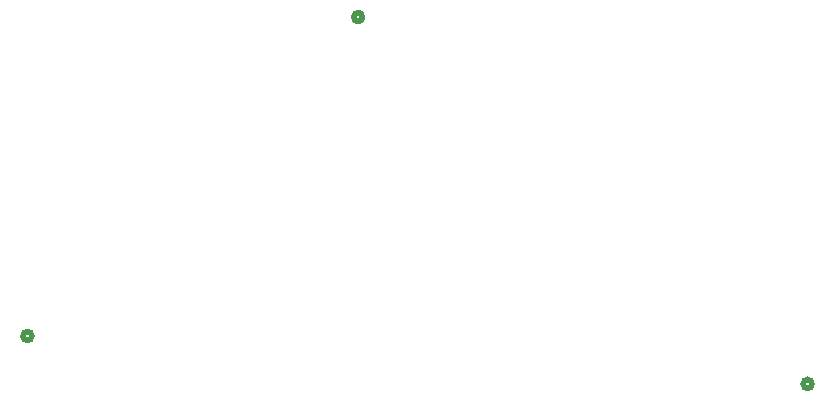
<source format=gbr>
%TF.GenerationSoftware,KiCad,Pcbnew,9.0.0*%
%TF.CreationDate,2025-04-18T20:07:31-05:00*%
%TF.ProjectId,RML,524d4c2e-6b69-4636-9164-5f7063625858,rev?*%
%TF.SameCoordinates,PX3473bc0PY2160ec0*%
%TF.FileFunction,Legend,Bot*%
%TF.FilePolarity,Positive*%
%FSLAX46Y46*%
G04 Gerber Fmt 4.6, Leading zero omitted, Abs format (unit mm)*
G04 Created by KiCad (PCBNEW 9.0.0) date 2025-04-18 20:07:31*
%MOMM*%
%LPD*%
G01*
G04 APERTURE LIST*
%ADD10C,0.508000*%
G04 APERTURE END LIST*
D10*
%TO.C,U101*%
X9523000Y-34000000D02*
G75*
G02*
X8761000Y-34000000I-381000J0D01*
G01*
X8761000Y-34000000D02*
G75*
G02*
X9523000Y-34000000I381000J0D01*
G01*
%TO.C,U106*%
X37523000Y-7000000D02*
G75*
G02*
X36761000Y-7000000I-381000J0D01*
G01*
X36761000Y-7000000D02*
G75*
G02*
X37523000Y-7000000I381000J0D01*
G01*
%TO.C,U105*%
X75581000Y-38058000D02*
G75*
G02*
X74819000Y-38058000I-381000J0D01*
G01*
X74819000Y-38058000D02*
G75*
G02*
X75581000Y-38058000I381000J0D01*
G01*
%TD*%
M02*

</source>
